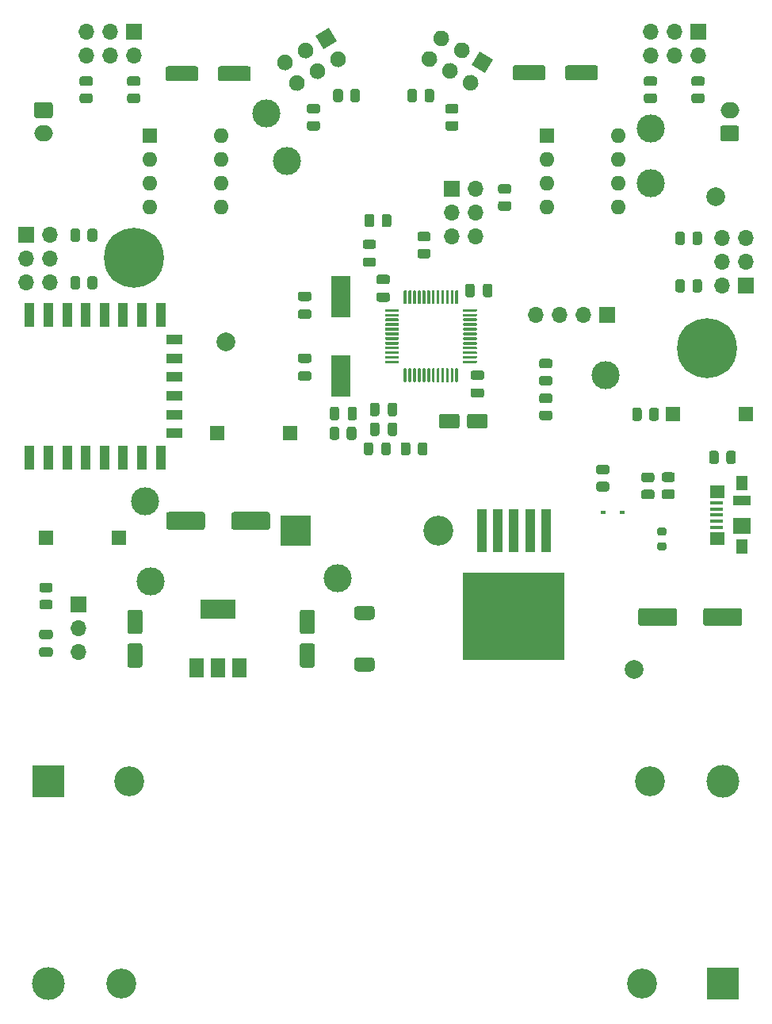
<source format=gbr>
%TF.GenerationSoftware,KiCad,Pcbnew,5.1.9*%
%TF.CreationDate,2021-04-09T15:13:00-03:00*%
%TF.ProjectId,Autito Microcontroladores,41757469-746f-4204-9d69-63726f636f6e,rev?*%
%TF.SameCoordinates,Original*%
%TF.FileFunction,Soldermask,Top*%
%TF.FilePolarity,Negative*%
%FSLAX46Y46*%
G04 Gerber Fmt 4.6, Leading zero omitted, Abs format (unit mm)*
G04 Created by KiCad (PCBNEW 5.1.9) date 2021-04-09 15:13:00*
%MOMM*%
%LPD*%
G01*
G04 APERTURE LIST*
%ADD10R,0.600000X0.450000*%
%ADD11R,3.200000X3.200000*%
%ADD12O,3.200000X3.200000*%
%ADD13O,2.000000X1.700000*%
%ADD14R,1.700000X1.700000*%
%ADD15O,1.700000X1.700000*%
%ADD16R,1.380000X0.450000*%
%ADD17R,1.550000X1.425000*%
%ADD18R,1.300000X1.650000*%
%ADD19R,1.900000X1.800000*%
%ADD20R,1.900000X1.000000*%
%ADD21C,3.500000*%
%ADD22R,3.500000X3.500000*%
%ADD23C,3.200000*%
%ADD24R,1.500000X1.500000*%
%ADD25R,1.600000X1.600000*%
%ADD26O,1.600000X1.600000*%
%ADD27R,1.000000X2.500000*%
%ADD28R,1.800000X1.000000*%
%ADD29R,1.100000X4.600000*%
%ADD30R,10.800000X9.400000*%
%ADD31R,1.500000X2.000000*%
%ADD32R,3.800000X2.000000*%
%ADD33R,2.000000X4.500000*%
%ADD34C,6.400000*%
%ADD35C,0.800000*%
%ADD36C,0.100000*%
%ADD37C,3.000000*%
%ADD38C,2.000000*%
G04 APERTURE END LIST*
%TO.C,C1*%
G36*
G01*
X127276000Y-46798320D02*
X127276000Y-45698320D01*
G75*
G02*
X127526000Y-45448320I250000J0D01*
G01*
X130526000Y-45448320D01*
G75*
G02*
X130776000Y-45698320I0J-250000D01*
G01*
X130776000Y-46798320D01*
G75*
G02*
X130526000Y-47048320I-250000J0D01*
G01*
X127526000Y-47048320D01*
G75*
G02*
X127276000Y-46798320I0J250000D01*
G01*
G37*
G36*
G01*
X132876000Y-46798320D02*
X132876000Y-45698320D01*
G75*
G02*
X133126000Y-45448320I250000J0D01*
G01*
X136126000Y-45448320D01*
G75*
G02*
X136376000Y-45698320I0J-250000D01*
G01*
X136376000Y-46798320D01*
G75*
G02*
X136126000Y-47048320I-250000J0D01*
G01*
X133126000Y-47048320D01*
G75*
G02*
X132876000Y-46798320I0J250000D01*
G01*
G37*
%TD*%
%TO.C,C2*%
G36*
G01*
X169960000Y-46701800D02*
X169960000Y-45601800D01*
G75*
G02*
X170210000Y-45351800I250000J0D01*
G01*
X173210000Y-45351800D01*
G75*
G02*
X173460000Y-45601800I0J-250000D01*
G01*
X173460000Y-46701800D01*
G75*
G02*
X173210000Y-46951800I-250000J0D01*
G01*
X170210000Y-46951800D01*
G75*
G02*
X169960000Y-46701800I0J250000D01*
G01*
G37*
G36*
G01*
X164360000Y-46701800D02*
X164360000Y-45601800D01*
G75*
G02*
X164610000Y-45351800I250000J0D01*
G01*
X167610000Y-45351800D01*
G75*
G02*
X167860000Y-45601800I0J-250000D01*
G01*
X167860000Y-46701800D01*
G75*
G02*
X167610000Y-46951800I-250000J0D01*
G01*
X164610000Y-46951800D01*
G75*
G02*
X164360000Y-46701800I0J250000D01*
G01*
G37*
%TD*%
%TO.C,C3*%
G36*
G01*
X114028200Y-105600800D02*
X114978200Y-105600800D01*
G75*
G02*
X115228200Y-105850800I0J-250000D01*
G01*
X115228200Y-106350800D01*
G75*
G02*
X114978200Y-106600800I-250000J0D01*
G01*
X114028200Y-106600800D01*
G75*
G02*
X113778200Y-106350800I0J250000D01*
G01*
X113778200Y-105850800D01*
G75*
G02*
X114028200Y-105600800I250000J0D01*
G01*
G37*
G36*
G01*
X114028200Y-107500800D02*
X114978200Y-107500800D01*
G75*
G02*
X115228200Y-107750800I0J-250000D01*
G01*
X115228200Y-108250800D01*
G75*
G02*
X114978200Y-108500800I-250000J0D01*
G01*
X114028200Y-108500800D01*
G75*
G02*
X113778200Y-108250800I0J250000D01*
G01*
X113778200Y-107750800D01*
G75*
G02*
X114028200Y-107500800I250000J0D01*
G01*
G37*
%TD*%
%TO.C,C4*%
G36*
G01*
X160103800Y-79832100D02*
X161053800Y-79832100D01*
G75*
G02*
X161303800Y-80082100I0J-250000D01*
G01*
X161303800Y-80582100D01*
G75*
G02*
X161053800Y-80832100I-250000J0D01*
G01*
X160103800Y-80832100D01*
G75*
G02*
X159853800Y-80582100I0J250000D01*
G01*
X159853800Y-80082100D01*
G75*
G02*
X160103800Y-79832100I250000J0D01*
G01*
G37*
G36*
G01*
X160103800Y-77932100D02*
X161053800Y-77932100D01*
G75*
G02*
X161303800Y-78182100I0J-250000D01*
G01*
X161303800Y-78682100D01*
G75*
G02*
X161053800Y-78932100I-250000J0D01*
G01*
X160103800Y-78932100D01*
G75*
G02*
X159853800Y-78682100I0J250000D01*
G01*
X159853800Y-78182100D01*
G75*
G02*
X160103800Y-77932100I250000J0D01*
G01*
G37*
%TD*%
%TO.C,C5*%
G36*
G01*
X152014100Y-81617800D02*
X152014100Y-82567800D01*
G75*
G02*
X151764100Y-82817800I-250000J0D01*
G01*
X151264100Y-82817800D01*
G75*
G02*
X151014100Y-82567800I0J250000D01*
G01*
X151014100Y-81617800D01*
G75*
G02*
X151264100Y-81367800I250000J0D01*
G01*
X151764100Y-81367800D01*
G75*
G02*
X152014100Y-81617800I0J-250000D01*
G01*
G37*
G36*
G01*
X150114100Y-81617800D02*
X150114100Y-82567800D01*
G75*
G02*
X149864100Y-82817800I-250000J0D01*
G01*
X149364100Y-82817800D01*
G75*
G02*
X149114100Y-82567800I0J250000D01*
G01*
X149114100Y-81617800D01*
G75*
G02*
X149364100Y-81367800I250000J0D01*
G01*
X149864100Y-81367800D01*
G75*
G02*
X150114100Y-81617800I0J-250000D01*
G01*
G37*
%TD*%
%TO.C,C6*%
G36*
G01*
X152014100Y-83726000D02*
X152014100Y-84676000D01*
G75*
G02*
X151764100Y-84926000I-250000J0D01*
G01*
X151264100Y-84926000D01*
G75*
G02*
X151014100Y-84676000I0J250000D01*
G01*
X151014100Y-83726000D01*
G75*
G02*
X151264100Y-83476000I250000J0D01*
G01*
X151764100Y-83476000D01*
G75*
G02*
X152014100Y-83726000I0J-250000D01*
G01*
G37*
G36*
G01*
X150114100Y-83726000D02*
X150114100Y-84676000D01*
G75*
G02*
X149864100Y-84926000I-250000J0D01*
G01*
X149364100Y-84926000D01*
G75*
G02*
X149114100Y-84676000I0J250000D01*
G01*
X149114100Y-83726000D01*
G75*
G02*
X149364100Y-83476000I250000J0D01*
G01*
X149864100Y-83476000D01*
G75*
G02*
X150114100Y-83726000I0J-250000D01*
G01*
G37*
%TD*%
%TO.C,C7*%
G36*
G01*
X159288300Y-69867800D02*
X159288300Y-68917800D01*
G75*
G02*
X159538300Y-68667800I250000J0D01*
G01*
X160038300Y-68667800D01*
G75*
G02*
X160288300Y-68917800I0J-250000D01*
G01*
X160288300Y-69867800D01*
G75*
G02*
X160038300Y-70117800I-250000J0D01*
G01*
X159538300Y-70117800D01*
G75*
G02*
X159288300Y-69867800I0J250000D01*
G01*
G37*
G36*
G01*
X161188300Y-69867800D02*
X161188300Y-68917800D01*
G75*
G02*
X161438300Y-68667800I250000J0D01*
G01*
X161938300Y-68667800D01*
G75*
G02*
X162188300Y-68917800I0J-250000D01*
G01*
X162188300Y-69867800D01*
G75*
G02*
X161938300Y-70117800I-250000J0D01*
G01*
X161438300Y-70117800D01*
G75*
G02*
X161188300Y-69867800I0J250000D01*
G01*
G37*
%TD*%
%TO.C,C8*%
G36*
G01*
X150995400Y-68707100D02*
X150045400Y-68707100D01*
G75*
G02*
X149795400Y-68457100I0J250000D01*
G01*
X149795400Y-67957100D01*
G75*
G02*
X150045400Y-67707100I250000J0D01*
G01*
X150995400Y-67707100D01*
G75*
G02*
X151245400Y-67957100I0J-250000D01*
G01*
X151245400Y-68457100D01*
G75*
G02*
X150995400Y-68707100I-250000J0D01*
G01*
G37*
G36*
G01*
X150995400Y-70607100D02*
X150045400Y-70607100D01*
G75*
G02*
X149795400Y-70357100I0J250000D01*
G01*
X149795400Y-69857100D01*
G75*
G02*
X150045400Y-69607100I250000J0D01*
G01*
X150995400Y-69607100D01*
G75*
G02*
X151245400Y-69857100I0J-250000D01*
G01*
X151245400Y-70357100D01*
G75*
G02*
X150995400Y-70607100I-250000J0D01*
G01*
G37*
%TD*%
%TO.C,C9*%
G36*
G01*
X161680200Y-82787400D02*
X161680200Y-83887400D01*
G75*
G02*
X161430200Y-84137400I-250000J0D01*
G01*
X159730200Y-84137400D01*
G75*
G02*
X159480200Y-83887400I0J250000D01*
G01*
X159480200Y-82787400D01*
G75*
G02*
X159730200Y-82537400I250000J0D01*
G01*
X161430200Y-82537400D01*
G75*
G02*
X161680200Y-82787400I0J-250000D01*
G01*
G37*
G36*
G01*
X158680200Y-82787400D02*
X158680200Y-83887400D01*
G75*
G02*
X158430200Y-84137400I-250000J0D01*
G01*
X156730200Y-84137400D01*
G75*
G02*
X156480200Y-83887400I0J250000D01*
G01*
X156480200Y-82787400D01*
G75*
G02*
X156730200Y-82537400I250000J0D01*
G01*
X158430200Y-82537400D01*
G75*
G02*
X158680200Y-82787400I0J-250000D01*
G01*
G37*
%TD*%
%TO.C,C10*%
G36*
G01*
X142613400Y-77119600D02*
X141663400Y-77119600D01*
G75*
G02*
X141413400Y-76869600I0J250000D01*
G01*
X141413400Y-76369600D01*
G75*
G02*
X141663400Y-76119600I250000J0D01*
G01*
X142613400Y-76119600D01*
G75*
G02*
X142863400Y-76369600I0J-250000D01*
G01*
X142863400Y-76869600D01*
G75*
G02*
X142613400Y-77119600I-250000J0D01*
G01*
G37*
G36*
G01*
X142613400Y-79019600D02*
X141663400Y-79019600D01*
G75*
G02*
X141413400Y-78769600I0J250000D01*
G01*
X141413400Y-78269600D01*
G75*
G02*
X141663400Y-78019600I250000J0D01*
G01*
X142613400Y-78019600D01*
G75*
G02*
X142863400Y-78269600I0J-250000D01*
G01*
X142863400Y-78769600D01*
G75*
G02*
X142613400Y-79019600I-250000J0D01*
G01*
G37*
%TD*%
%TO.C,C11*%
G36*
G01*
X141663400Y-69519600D02*
X142613400Y-69519600D01*
G75*
G02*
X142863400Y-69769600I0J-250000D01*
G01*
X142863400Y-70269600D01*
G75*
G02*
X142613400Y-70519600I-250000J0D01*
G01*
X141663400Y-70519600D01*
G75*
G02*
X141413400Y-70269600I0J250000D01*
G01*
X141413400Y-69769600D01*
G75*
G02*
X141663400Y-69519600I250000J0D01*
G01*
G37*
G36*
G01*
X141663400Y-71419600D02*
X142613400Y-71419600D01*
G75*
G02*
X142863400Y-71669600I0J-250000D01*
G01*
X142863400Y-72169600D01*
G75*
G02*
X142613400Y-72419600I-250000J0D01*
G01*
X141663400Y-72419600D01*
G75*
G02*
X141413400Y-72169600I0J250000D01*
G01*
X141413400Y-71669600D01*
G75*
G02*
X141663400Y-71419600I250000J0D01*
G01*
G37*
%TD*%
%TO.C,C12*%
G36*
G01*
X146718400Y-82999600D02*
X146718400Y-82049600D01*
G75*
G02*
X146968400Y-81799600I250000J0D01*
G01*
X147468400Y-81799600D01*
G75*
G02*
X147718400Y-82049600I0J-250000D01*
G01*
X147718400Y-82999600D01*
G75*
G02*
X147468400Y-83249600I-250000J0D01*
G01*
X146968400Y-83249600D01*
G75*
G02*
X146718400Y-82999600I0J250000D01*
G01*
G37*
G36*
G01*
X144818400Y-82999600D02*
X144818400Y-82049600D01*
G75*
G02*
X145068400Y-81799600I250000J0D01*
G01*
X145568400Y-81799600D01*
G75*
G02*
X145818400Y-82049600I0J-250000D01*
G01*
X145818400Y-82999600D01*
G75*
G02*
X145568400Y-83249600I-250000J0D01*
G01*
X145068400Y-83249600D01*
G75*
G02*
X144818400Y-82999600I0J250000D01*
G01*
G37*
%TD*%
%TO.C,C13*%
G36*
G01*
X177757600Y-104941600D02*
X177757600Y-103541600D01*
G75*
G02*
X178007600Y-103291600I250000J0D01*
G01*
X181657600Y-103291600D01*
G75*
G02*
X181907600Y-103541600I0J-250000D01*
G01*
X181907600Y-104941600D01*
G75*
G02*
X181657600Y-105191600I-250000J0D01*
G01*
X178007600Y-105191600D01*
G75*
G02*
X177757600Y-104941600I0J250000D01*
G01*
G37*
G36*
G01*
X184707600Y-104941600D02*
X184707600Y-103541600D01*
G75*
G02*
X184957600Y-103291600I250000J0D01*
G01*
X188607600Y-103291600D01*
G75*
G02*
X188857600Y-103541600I0J-250000D01*
G01*
X188857600Y-104941600D01*
G75*
G02*
X188607600Y-105191600I-250000J0D01*
G01*
X184957600Y-105191600D01*
G75*
G02*
X184707600Y-104941600I0J250000D01*
G01*
G37*
%TD*%
%TO.C,C14*%
G36*
G01*
X131492800Y-93280000D02*
X131492800Y-94680000D01*
G75*
G02*
X131242800Y-94930000I-250000J0D01*
G01*
X127592800Y-94930000D01*
G75*
G02*
X127342800Y-94680000I0J250000D01*
G01*
X127342800Y-93280000D01*
G75*
G02*
X127592800Y-93030000I250000J0D01*
G01*
X131242800Y-93030000D01*
G75*
G02*
X131492800Y-93280000I0J-250000D01*
G01*
G37*
G36*
G01*
X138442800Y-93280000D02*
X138442800Y-94680000D01*
G75*
G02*
X138192800Y-94930000I-250000J0D01*
G01*
X134542800Y-94930000D01*
G75*
G02*
X134292800Y-94680000I0J250000D01*
G01*
X134292800Y-93280000D01*
G75*
G02*
X134542800Y-93030000I250000J0D01*
G01*
X138192800Y-93030000D01*
G75*
G02*
X138442800Y-93280000I0J-250000D01*
G01*
G37*
%TD*%
%TO.C,C15*%
G36*
G01*
X141867800Y-103453000D02*
X142967800Y-103453000D01*
G75*
G02*
X143217800Y-103703000I0J-250000D01*
G01*
X143217800Y-105803000D01*
G75*
G02*
X142967800Y-106053000I-250000J0D01*
G01*
X141867800Y-106053000D01*
G75*
G02*
X141617800Y-105803000I0J250000D01*
G01*
X141617800Y-103703000D01*
G75*
G02*
X141867800Y-103453000I250000J0D01*
G01*
G37*
G36*
G01*
X141867800Y-107053000D02*
X142967800Y-107053000D01*
G75*
G02*
X143217800Y-107303000I0J-250000D01*
G01*
X143217800Y-109403000D01*
G75*
G02*
X142967800Y-109653000I-250000J0D01*
G01*
X141867800Y-109653000D01*
G75*
G02*
X141617800Y-109403000I0J250000D01*
G01*
X141617800Y-107303000D01*
G75*
G02*
X141867800Y-107053000I250000J0D01*
G01*
G37*
%TD*%
%TO.C,C16*%
G36*
G01*
X123452800Y-107053000D02*
X124552800Y-107053000D01*
G75*
G02*
X124802800Y-107303000I0J-250000D01*
G01*
X124802800Y-109403000D01*
G75*
G02*
X124552800Y-109653000I-250000J0D01*
G01*
X123452800Y-109653000D01*
G75*
G02*
X123202800Y-109403000I0J250000D01*
G01*
X123202800Y-107303000D01*
G75*
G02*
X123452800Y-107053000I250000J0D01*
G01*
G37*
G36*
G01*
X123452800Y-103453000D02*
X124552800Y-103453000D01*
G75*
G02*
X124802800Y-103703000I0J-250000D01*
G01*
X124802800Y-105803000D01*
G75*
G02*
X124552800Y-106053000I-250000J0D01*
G01*
X123452800Y-106053000D01*
G75*
G02*
X123202800Y-105803000I0J250000D01*
G01*
X123202800Y-103703000D01*
G75*
G02*
X123452800Y-103453000I250000J0D01*
G01*
G37*
%TD*%
D10*
%TO.C,D1*%
X173981400Y-93040200D03*
X176081400Y-93040200D03*
%TD*%
%TO.C,D2*%
G36*
G01*
X149433100Y-85827550D02*
X149433100Y-86740050D01*
G75*
G02*
X149189350Y-86983800I-243750J0D01*
G01*
X148701850Y-86983800D01*
G75*
G02*
X148458100Y-86740050I0J243750D01*
G01*
X148458100Y-85827550D01*
G75*
G02*
X148701850Y-85583800I243750J0D01*
G01*
X149189350Y-85583800D01*
G75*
G02*
X149433100Y-85827550I0J-243750D01*
G01*
G37*
G36*
G01*
X151308100Y-85827550D02*
X151308100Y-86740050D01*
G75*
G02*
X151064350Y-86983800I-243750J0D01*
G01*
X150576850Y-86983800D01*
G75*
G02*
X150333100Y-86740050I0J243750D01*
G01*
X150333100Y-85827550D01*
G75*
G02*
X150576850Y-85583800I243750J0D01*
G01*
X151064350Y-85583800D01*
G75*
G02*
X151308100Y-85827550I0J-243750D01*
G01*
G37*
%TD*%
%TO.C,D3*%
G36*
G01*
X148590950Y-63982300D02*
X149503450Y-63982300D01*
G75*
G02*
X149747200Y-64226050I0J-243750D01*
G01*
X149747200Y-64713550D01*
G75*
G02*
X149503450Y-64957300I-243750J0D01*
G01*
X148590950Y-64957300D01*
G75*
G02*
X148347200Y-64713550I0J243750D01*
G01*
X148347200Y-64226050D01*
G75*
G02*
X148590950Y-63982300I243750J0D01*
G01*
G37*
G36*
G01*
X148590950Y-65857300D02*
X149503450Y-65857300D01*
G75*
G02*
X149747200Y-66101050I0J-243750D01*
G01*
X149747200Y-66588550D01*
G75*
G02*
X149503450Y-66832300I-243750J0D01*
G01*
X148590950Y-66832300D01*
G75*
G02*
X148347200Y-66588550I0J243750D01*
G01*
X148347200Y-66101050D01*
G75*
G02*
X148590950Y-65857300I243750J0D01*
G01*
G37*
%TD*%
D11*
%TO.C,D4*%
X141147800Y-94990000D03*
D12*
X156387800Y-94990000D03*
%TD*%
%TO.C,F1*%
G36*
G01*
X180032950Y-94685400D02*
X180545450Y-94685400D01*
G75*
G02*
X180764200Y-94904150I0J-218750D01*
G01*
X180764200Y-95341650D01*
G75*
G02*
X180545450Y-95560400I-218750J0D01*
G01*
X180032950Y-95560400D01*
G75*
G02*
X179814200Y-95341650I0J218750D01*
G01*
X179814200Y-94904150D01*
G75*
G02*
X180032950Y-94685400I218750J0D01*
G01*
G37*
G36*
G01*
X180032950Y-96260400D02*
X180545450Y-96260400D01*
G75*
G02*
X180764200Y-96479150I0J-218750D01*
G01*
X180764200Y-96916650D01*
G75*
G02*
X180545450Y-97135400I-218750J0D01*
G01*
X180032950Y-97135400D01*
G75*
G02*
X179814200Y-96916650I0J218750D01*
G01*
X179814200Y-96479150D01*
G75*
G02*
X180032950Y-96260400I218750J0D01*
G01*
G37*
%TD*%
%TO.C,J7*%
G36*
G01*
X113473800Y-49289600D02*
X114973800Y-49289600D01*
G75*
G02*
X115223800Y-49539600I0J-250000D01*
G01*
X115223800Y-50739600D01*
G75*
G02*
X114973800Y-50989600I-250000J0D01*
G01*
X113473800Y-50989600D01*
G75*
G02*
X113223800Y-50739600I0J250000D01*
G01*
X113223800Y-49539600D01*
G75*
G02*
X113473800Y-49289600I250000J0D01*
G01*
G37*
D13*
X114223800Y-52639600D03*
%TD*%
%TO.C,J8*%
X187528200Y-50139600D03*
G36*
G01*
X188278200Y-53489600D02*
X186778200Y-53489600D01*
G75*
G02*
X186528200Y-53239600I0J250000D01*
G01*
X186528200Y-52039600D01*
G75*
G02*
X186778200Y-51789600I250000J0D01*
G01*
X188278200Y-51789600D01*
G75*
G02*
X188528200Y-52039600I0J-250000D01*
G01*
X188528200Y-53239600D01*
G75*
G02*
X188278200Y-53489600I-250000J0D01*
G01*
G37*
%TD*%
D14*
%TO.C,J9*%
X117957600Y-102920800D03*
D15*
X117957600Y-105460800D03*
X117957600Y-108000800D03*
%TD*%
D16*
%TO.C,J10*%
X186159640Y-94660240D03*
X186159640Y-94010240D03*
X186159640Y-93360240D03*
X186159640Y-92710240D03*
X186159640Y-92060240D03*
D17*
X186244640Y-95847740D03*
X186244640Y-90872740D03*
D18*
X188819640Y-96735240D03*
X188819640Y-89985240D03*
D19*
X188819640Y-94510240D03*
D20*
X188819640Y-91810240D03*
%TD*%
D14*
%TO.C,J11*%
X174447200Y-72019600D03*
D15*
X171907200Y-72019600D03*
X169367200Y-72019600D03*
X166827200Y-72019600D03*
%TD*%
D14*
%TO.C,J12*%
X157886400Y-58547000D03*
D15*
X160426400Y-58547000D03*
X157886400Y-61087000D03*
X160426400Y-61087000D03*
X157886400Y-63627000D03*
X160426400Y-63627000D03*
%TD*%
D21*
%TO.C,J13*%
X186782600Y-121818400D03*
D22*
X114782600Y-121818400D03*
D23*
X123427600Y-121818400D03*
X179037600Y-121818400D03*
%TD*%
%TO.C,J14*%
X122527600Y-143332200D03*
X178137600Y-143332200D03*
D22*
X186782600Y-143332200D03*
D21*
X114782600Y-143332200D03*
%TD*%
%TO.C,L1*%
G36*
G01*
X147788800Y-108553000D02*
X149238800Y-108553000D01*
G75*
G02*
X149613800Y-108928000I0J-375000D01*
G01*
X149613800Y-109678000D01*
G75*
G02*
X149238800Y-110053000I-375000J0D01*
G01*
X147788800Y-110053000D01*
G75*
G02*
X147413800Y-109678000I0J375000D01*
G01*
X147413800Y-108928000D01*
G75*
G02*
X147788800Y-108553000I375000J0D01*
G01*
G37*
G36*
G01*
X147788800Y-103053000D02*
X149238800Y-103053000D01*
G75*
G02*
X149613800Y-103428000I0J-375000D01*
G01*
X149613800Y-104178000D01*
G75*
G02*
X149238800Y-104553000I-375000J0D01*
G01*
X147788800Y-104553000D01*
G75*
G02*
X147413800Y-104178000I0J375000D01*
G01*
X147413800Y-103428000D01*
G75*
G02*
X147788800Y-103053000I375000J0D01*
G01*
G37*
%TD*%
%TO.C,R13*%
G36*
G01*
X114953201Y-103433300D02*
X114053199Y-103433300D01*
G75*
G02*
X113803200Y-103183301I0J249999D01*
G01*
X113803200Y-102658299D01*
G75*
G02*
X114053199Y-102408300I249999J0D01*
G01*
X114953201Y-102408300D01*
G75*
G02*
X115203200Y-102658299I0J-249999D01*
G01*
X115203200Y-103183301D01*
G75*
G02*
X114953201Y-103433300I-249999J0D01*
G01*
G37*
G36*
G01*
X114953201Y-101608300D02*
X114053199Y-101608300D01*
G75*
G02*
X113803200Y-101358301I0J249999D01*
G01*
X113803200Y-100833299D01*
G75*
G02*
X114053199Y-100583300I249999J0D01*
G01*
X114953201Y-100583300D01*
G75*
G02*
X115203200Y-100833299I0J-249999D01*
G01*
X115203200Y-101358301D01*
G75*
G02*
X114953201Y-101608300I-249999J0D01*
G01*
G37*
%TD*%
%TO.C,R14*%
G36*
G01*
X187168100Y-87648201D02*
X187168100Y-86748199D01*
G75*
G02*
X187418099Y-86498200I249999J0D01*
G01*
X187943101Y-86498200D01*
G75*
G02*
X188193100Y-86748199I0J-249999D01*
G01*
X188193100Y-87648201D01*
G75*
G02*
X187943101Y-87898200I-249999J0D01*
G01*
X187418099Y-87898200D01*
G75*
G02*
X187168100Y-87648201I0J249999D01*
G01*
G37*
G36*
G01*
X185343100Y-87648201D02*
X185343100Y-86748199D01*
G75*
G02*
X185593099Y-86498200I249999J0D01*
G01*
X186118101Y-86498200D01*
G75*
G02*
X186368100Y-86748199I0J-249999D01*
G01*
X186368100Y-87648201D01*
G75*
G02*
X186118101Y-87898200I-249999J0D01*
G01*
X185593099Y-87898200D01*
G75*
G02*
X185343100Y-87648201I0J249999D01*
G01*
G37*
%TD*%
%TO.C,R15*%
G36*
G01*
X180521199Y-88797700D02*
X181421201Y-88797700D01*
G75*
G02*
X181671200Y-89047699I0J-249999D01*
G01*
X181671200Y-89572701D01*
G75*
G02*
X181421201Y-89822700I-249999J0D01*
G01*
X180521199Y-89822700D01*
G75*
G02*
X180271200Y-89572701I0J249999D01*
G01*
X180271200Y-89047699D01*
G75*
G02*
X180521199Y-88797700I249999J0D01*
G01*
G37*
G36*
G01*
X180521199Y-90622700D02*
X181421201Y-90622700D01*
G75*
G02*
X181671200Y-90872699I0J-249999D01*
G01*
X181671200Y-91397701D01*
G75*
G02*
X181421201Y-91647700I-249999J0D01*
G01*
X180521199Y-91647700D01*
G75*
G02*
X180271200Y-91397701I0J249999D01*
G01*
X180271200Y-90872699D01*
G75*
G02*
X180521199Y-90622700I249999J0D01*
G01*
G37*
%TD*%
%TO.C,R16*%
G36*
G01*
X178340599Y-88823100D02*
X179240601Y-88823100D01*
G75*
G02*
X179490600Y-89073099I0J-249999D01*
G01*
X179490600Y-89598101D01*
G75*
G02*
X179240601Y-89848100I-249999J0D01*
G01*
X178340599Y-89848100D01*
G75*
G02*
X178090600Y-89598101I0J249999D01*
G01*
X178090600Y-89073099D01*
G75*
G02*
X178340599Y-88823100I249999J0D01*
G01*
G37*
G36*
G01*
X178340599Y-90648100D02*
X179240601Y-90648100D01*
G75*
G02*
X179490600Y-90898099I0J-249999D01*
G01*
X179490600Y-91423101D01*
G75*
G02*
X179240601Y-91673100I-249999J0D01*
G01*
X178340599Y-91673100D01*
G75*
G02*
X178090600Y-91423101I0J249999D01*
G01*
X178090600Y-90898099D01*
G75*
G02*
X178340599Y-90648100I249999J0D01*
G01*
G37*
%TD*%
%TO.C,R17*%
G36*
G01*
X173531399Y-89809900D02*
X174431401Y-89809900D01*
G75*
G02*
X174681400Y-90059899I0J-249999D01*
G01*
X174681400Y-90584901D01*
G75*
G02*
X174431401Y-90834900I-249999J0D01*
G01*
X173531399Y-90834900D01*
G75*
G02*
X173281400Y-90584901I0J249999D01*
G01*
X173281400Y-90059899D01*
G75*
G02*
X173531399Y-89809900I249999J0D01*
G01*
G37*
G36*
G01*
X173531399Y-87984900D02*
X174431401Y-87984900D01*
G75*
G02*
X174681400Y-88234899I0J-249999D01*
G01*
X174681400Y-88759901D01*
G75*
G02*
X174431401Y-89009900I-249999J0D01*
G01*
X173531399Y-89009900D01*
G75*
G02*
X173281400Y-88759901I0J249999D01*
G01*
X173281400Y-88234899D01*
G75*
G02*
X173531399Y-87984900I249999J0D01*
G01*
G37*
%TD*%
%TO.C,R18*%
G36*
G01*
X168340401Y-83236500D02*
X167440399Y-83236500D01*
G75*
G02*
X167190400Y-82986501I0J249999D01*
G01*
X167190400Y-82461499D01*
G75*
G02*
X167440399Y-82211500I249999J0D01*
G01*
X168340401Y-82211500D01*
G75*
G02*
X168590400Y-82461499I0J-249999D01*
G01*
X168590400Y-82986501D01*
G75*
G02*
X168340401Y-83236500I-249999J0D01*
G01*
G37*
G36*
G01*
X168340401Y-81411500D02*
X167440399Y-81411500D01*
G75*
G02*
X167190400Y-81161501I0J249999D01*
G01*
X167190400Y-80636499D01*
G75*
G02*
X167440399Y-80386500I249999J0D01*
G01*
X168340401Y-80386500D01*
G75*
G02*
X168590400Y-80636499I0J-249999D01*
G01*
X168590400Y-81161501D01*
G75*
G02*
X168340401Y-81411500I-249999J0D01*
G01*
G37*
%TD*%
%TO.C,R19*%
G36*
G01*
X168340401Y-77706900D02*
X167440399Y-77706900D01*
G75*
G02*
X167190400Y-77456901I0J249999D01*
G01*
X167190400Y-76931899D01*
G75*
G02*
X167440399Y-76681900I249999J0D01*
G01*
X168340401Y-76681900D01*
G75*
G02*
X168590400Y-76931899I0J-249999D01*
G01*
X168590400Y-77456901D01*
G75*
G02*
X168340401Y-77706900I-249999J0D01*
G01*
G37*
G36*
G01*
X168340401Y-79531900D02*
X167440399Y-79531900D01*
G75*
G02*
X167190400Y-79281901I0J249999D01*
G01*
X167190400Y-78756899D01*
G75*
G02*
X167440399Y-78506900I249999J0D01*
G01*
X168340401Y-78506900D01*
G75*
G02*
X168590400Y-78756899I0J-249999D01*
G01*
X168590400Y-79281901D01*
G75*
G02*
X168340401Y-79531900I-249999J0D01*
G01*
G37*
%TD*%
%TO.C,R20*%
G36*
G01*
X177113500Y-83050801D02*
X177113500Y-82150799D01*
G75*
G02*
X177363499Y-81900800I249999J0D01*
G01*
X177888501Y-81900800D01*
G75*
G02*
X178138500Y-82150799I0J-249999D01*
G01*
X178138500Y-83050801D01*
G75*
G02*
X177888501Y-83300800I-249999J0D01*
G01*
X177363499Y-83300800D01*
G75*
G02*
X177113500Y-83050801I0J249999D01*
G01*
G37*
G36*
G01*
X178938500Y-83050801D02*
X178938500Y-82150799D01*
G75*
G02*
X179188499Y-81900800I249999J0D01*
G01*
X179713501Y-81900800D01*
G75*
G02*
X179963500Y-82150799I0J-249999D01*
G01*
X179963500Y-83050801D01*
G75*
G02*
X179713501Y-83300800I-249999J0D01*
G01*
X179188499Y-83300800D01*
G75*
G02*
X178938500Y-83050801I0J249999D01*
G01*
G37*
%TD*%
%TO.C,R21*%
G36*
G01*
X163049799Y-59859500D02*
X163949801Y-59859500D01*
G75*
G02*
X164199800Y-60109499I0J-249999D01*
G01*
X164199800Y-60634501D01*
G75*
G02*
X163949801Y-60884500I-249999J0D01*
G01*
X163049799Y-60884500D01*
G75*
G02*
X162799800Y-60634501I0J249999D01*
G01*
X162799800Y-60109499D01*
G75*
G02*
X163049799Y-59859500I249999J0D01*
G01*
G37*
G36*
G01*
X163049799Y-58034500D02*
X163949801Y-58034500D01*
G75*
G02*
X164199800Y-58284499I0J-249999D01*
G01*
X164199800Y-58809501D01*
G75*
G02*
X163949801Y-59059500I-249999J0D01*
G01*
X163049799Y-59059500D01*
G75*
G02*
X162799800Y-58809501I0J249999D01*
G01*
X162799800Y-58284499D01*
G75*
G02*
X163049799Y-58034500I249999J0D01*
G01*
G37*
%TD*%
%TO.C,R22*%
G36*
G01*
X145830900Y-84182799D02*
X145830900Y-85082801D01*
G75*
G02*
X145580901Y-85332800I-249999J0D01*
G01*
X145055899Y-85332800D01*
G75*
G02*
X144805900Y-85082801I0J249999D01*
G01*
X144805900Y-84182799D01*
G75*
G02*
X145055899Y-83932800I249999J0D01*
G01*
X145580901Y-83932800D01*
G75*
G02*
X145830900Y-84182799I0J-249999D01*
G01*
G37*
G36*
G01*
X147655900Y-84182799D02*
X147655900Y-85082801D01*
G75*
G02*
X147405901Y-85332800I-249999J0D01*
G01*
X146880899Y-85332800D01*
G75*
G02*
X146630900Y-85082801I0J249999D01*
G01*
X146630900Y-84182799D01*
G75*
G02*
X146880899Y-83932800I249999J0D01*
G01*
X147405901Y-83932800D01*
G75*
G02*
X147655900Y-84182799I0J-249999D01*
G01*
G37*
%TD*%
%TO.C,R23*%
G36*
G01*
X154224300Y-86733801D02*
X154224300Y-85833799D01*
G75*
G02*
X154474299Y-85583800I249999J0D01*
G01*
X154999301Y-85583800D01*
G75*
G02*
X155249300Y-85833799I0J-249999D01*
G01*
X155249300Y-86733801D01*
G75*
G02*
X154999301Y-86983800I-249999J0D01*
G01*
X154474299Y-86983800D01*
G75*
G02*
X154224300Y-86733801I0J249999D01*
G01*
G37*
G36*
G01*
X152399300Y-86733801D02*
X152399300Y-85833799D01*
G75*
G02*
X152649299Y-85583800I249999J0D01*
G01*
X153174301Y-85583800D01*
G75*
G02*
X153424300Y-85833799I0J-249999D01*
G01*
X153424300Y-86733801D01*
G75*
G02*
X153174301Y-86983800I-249999J0D01*
G01*
X152649299Y-86983800D01*
G75*
G02*
X152399300Y-86733801I0J249999D01*
G01*
G37*
%TD*%
%TO.C,R24*%
G36*
G01*
X155325801Y-65964500D02*
X154425799Y-65964500D01*
G75*
G02*
X154175800Y-65714501I0J249999D01*
G01*
X154175800Y-65189499D01*
G75*
G02*
X154425799Y-64939500I249999J0D01*
G01*
X155325801Y-64939500D01*
G75*
G02*
X155575800Y-65189499I0J-249999D01*
G01*
X155575800Y-65714501D01*
G75*
G02*
X155325801Y-65964500I-249999J0D01*
G01*
G37*
G36*
G01*
X155325801Y-64139500D02*
X154425799Y-64139500D01*
G75*
G02*
X154175800Y-63889501I0J249999D01*
G01*
X154175800Y-63364499D01*
G75*
G02*
X154425799Y-63114500I249999J0D01*
G01*
X155325801Y-63114500D01*
G75*
G02*
X155575800Y-63364499I0J-249999D01*
G01*
X155575800Y-63889501D01*
G75*
G02*
X155325801Y-64139500I-249999J0D01*
G01*
G37*
%TD*%
%TO.C,R25*%
G36*
G01*
X148534700Y-62375201D02*
X148534700Y-61475199D01*
G75*
G02*
X148784699Y-61225200I249999J0D01*
G01*
X149309701Y-61225200D01*
G75*
G02*
X149559700Y-61475199I0J-249999D01*
G01*
X149559700Y-62375201D01*
G75*
G02*
X149309701Y-62625200I-249999J0D01*
G01*
X148784699Y-62625200D01*
G75*
G02*
X148534700Y-62375201I0J249999D01*
G01*
G37*
G36*
G01*
X150359700Y-62375201D02*
X150359700Y-61475199D01*
G75*
G02*
X150609699Y-61225200I249999J0D01*
G01*
X151134701Y-61225200D01*
G75*
G02*
X151384700Y-61475199I0J-249999D01*
G01*
X151384700Y-62375201D01*
G75*
G02*
X151134701Y-62625200I-249999J0D01*
G01*
X150609699Y-62625200D01*
G75*
G02*
X150359700Y-62375201I0J249999D01*
G01*
G37*
%TD*%
D24*
%TO.C,SW1*%
X114503200Y-95758000D03*
X122303200Y-95758000D03*
%TD*%
%TO.C,SW2*%
X189269200Y-82600800D03*
X181469200Y-82600800D03*
%TD*%
%TO.C,SW3*%
X132777400Y-84632800D03*
X140577400Y-84632800D03*
%TD*%
D25*
%TO.C,U1*%
X125628400Y-52882800D03*
D26*
X133248400Y-60502800D03*
X125628400Y-55422800D03*
X133248400Y-57962800D03*
X125628400Y-57962800D03*
X133248400Y-55422800D03*
X125628400Y-60502800D03*
X133248400Y-52882800D03*
%TD*%
%TO.C,U2*%
X175641000Y-52882800D03*
X168021000Y-60502800D03*
X175641000Y-55422800D03*
X168021000Y-57962800D03*
X175641000Y-57962800D03*
X168021000Y-55422800D03*
X175641000Y-60502800D03*
D25*
X168021000Y-52882800D03*
%TD*%
D27*
%TO.C,U3*%
X112755800Y-87229000D03*
X114755800Y-87229000D03*
X116755800Y-87229000D03*
X118755800Y-87229000D03*
X120755800Y-87229000D03*
X122755800Y-87229000D03*
X124755800Y-87229000D03*
X126755800Y-87229000D03*
D28*
X128255800Y-84629000D03*
X128255800Y-82629000D03*
X128255800Y-80629000D03*
X128255800Y-78629000D03*
X128255800Y-76629000D03*
X128255800Y-74629000D03*
D27*
X126755800Y-72029000D03*
X124755800Y-72029000D03*
X122755800Y-72029000D03*
X120755800Y-72029000D03*
X118755800Y-72029000D03*
X116755800Y-72029000D03*
X114755800Y-72029000D03*
X112755800Y-72029000D03*
%TD*%
%TO.C,U4*%
G36*
G01*
X150725800Y-71594600D02*
X150725800Y-71444600D01*
G75*
G02*
X150800800Y-71369600I75000J0D01*
G01*
X152125800Y-71369600D01*
G75*
G02*
X152200800Y-71444600I0J-75000D01*
G01*
X152200800Y-71594600D01*
G75*
G02*
X152125800Y-71669600I-75000J0D01*
G01*
X150800800Y-71669600D01*
G75*
G02*
X150725800Y-71594600I0J75000D01*
G01*
G37*
G36*
G01*
X150725800Y-72094600D02*
X150725800Y-71944600D01*
G75*
G02*
X150800800Y-71869600I75000J0D01*
G01*
X152125800Y-71869600D01*
G75*
G02*
X152200800Y-71944600I0J-75000D01*
G01*
X152200800Y-72094600D01*
G75*
G02*
X152125800Y-72169600I-75000J0D01*
G01*
X150800800Y-72169600D01*
G75*
G02*
X150725800Y-72094600I0J75000D01*
G01*
G37*
G36*
G01*
X150725800Y-72594600D02*
X150725800Y-72444600D01*
G75*
G02*
X150800800Y-72369600I75000J0D01*
G01*
X152125800Y-72369600D01*
G75*
G02*
X152200800Y-72444600I0J-75000D01*
G01*
X152200800Y-72594600D01*
G75*
G02*
X152125800Y-72669600I-75000J0D01*
G01*
X150800800Y-72669600D01*
G75*
G02*
X150725800Y-72594600I0J75000D01*
G01*
G37*
G36*
G01*
X150725800Y-73094600D02*
X150725800Y-72944600D01*
G75*
G02*
X150800800Y-72869600I75000J0D01*
G01*
X152125800Y-72869600D01*
G75*
G02*
X152200800Y-72944600I0J-75000D01*
G01*
X152200800Y-73094600D01*
G75*
G02*
X152125800Y-73169600I-75000J0D01*
G01*
X150800800Y-73169600D01*
G75*
G02*
X150725800Y-73094600I0J75000D01*
G01*
G37*
G36*
G01*
X150725800Y-73594600D02*
X150725800Y-73444600D01*
G75*
G02*
X150800800Y-73369600I75000J0D01*
G01*
X152125800Y-73369600D01*
G75*
G02*
X152200800Y-73444600I0J-75000D01*
G01*
X152200800Y-73594600D01*
G75*
G02*
X152125800Y-73669600I-75000J0D01*
G01*
X150800800Y-73669600D01*
G75*
G02*
X150725800Y-73594600I0J75000D01*
G01*
G37*
G36*
G01*
X150725800Y-74094600D02*
X150725800Y-73944600D01*
G75*
G02*
X150800800Y-73869600I75000J0D01*
G01*
X152125800Y-73869600D01*
G75*
G02*
X152200800Y-73944600I0J-75000D01*
G01*
X152200800Y-74094600D01*
G75*
G02*
X152125800Y-74169600I-75000J0D01*
G01*
X150800800Y-74169600D01*
G75*
G02*
X150725800Y-74094600I0J75000D01*
G01*
G37*
G36*
G01*
X150725800Y-74594600D02*
X150725800Y-74444600D01*
G75*
G02*
X150800800Y-74369600I75000J0D01*
G01*
X152125800Y-74369600D01*
G75*
G02*
X152200800Y-74444600I0J-75000D01*
G01*
X152200800Y-74594600D01*
G75*
G02*
X152125800Y-74669600I-75000J0D01*
G01*
X150800800Y-74669600D01*
G75*
G02*
X150725800Y-74594600I0J75000D01*
G01*
G37*
G36*
G01*
X150725800Y-75094600D02*
X150725800Y-74944600D01*
G75*
G02*
X150800800Y-74869600I75000J0D01*
G01*
X152125800Y-74869600D01*
G75*
G02*
X152200800Y-74944600I0J-75000D01*
G01*
X152200800Y-75094600D01*
G75*
G02*
X152125800Y-75169600I-75000J0D01*
G01*
X150800800Y-75169600D01*
G75*
G02*
X150725800Y-75094600I0J75000D01*
G01*
G37*
G36*
G01*
X150725800Y-75594600D02*
X150725800Y-75444600D01*
G75*
G02*
X150800800Y-75369600I75000J0D01*
G01*
X152125800Y-75369600D01*
G75*
G02*
X152200800Y-75444600I0J-75000D01*
G01*
X152200800Y-75594600D01*
G75*
G02*
X152125800Y-75669600I-75000J0D01*
G01*
X150800800Y-75669600D01*
G75*
G02*
X150725800Y-75594600I0J75000D01*
G01*
G37*
G36*
G01*
X150725800Y-76094600D02*
X150725800Y-75944600D01*
G75*
G02*
X150800800Y-75869600I75000J0D01*
G01*
X152125800Y-75869600D01*
G75*
G02*
X152200800Y-75944600I0J-75000D01*
G01*
X152200800Y-76094600D01*
G75*
G02*
X152125800Y-76169600I-75000J0D01*
G01*
X150800800Y-76169600D01*
G75*
G02*
X150725800Y-76094600I0J75000D01*
G01*
G37*
G36*
G01*
X150725800Y-76594600D02*
X150725800Y-76444600D01*
G75*
G02*
X150800800Y-76369600I75000J0D01*
G01*
X152125800Y-76369600D01*
G75*
G02*
X152200800Y-76444600I0J-75000D01*
G01*
X152200800Y-76594600D01*
G75*
G02*
X152125800Y-76669600I-75000J0D01*
G01*
X150800800Y-76669600D01*
G75*
G02*
X150725800Y-76594600I0J75000D01*
G01*
G37*
G36*
G01*
X150725800Y-77094600D02*
X150725800Y-76944600D01*
G75*
G02*
X150800800Y-76869600I75000J0D01*
G01*
X152125800Y-76869600D01*
G75*
G02*
X152200800Y-76944600I0J-75000D01*
G01*
X152200800Y-77094600D01*
G75*
G02*
X152125800Y-77169600I-75000J0D01*
G01*
X150800800Y-77169600D01*
G75*
G02*
X150725800Y-77094600I0J75000D01*
G01*
G37*
G36*
G01*
X152725800Y-79094600D02*
X152725800Y-77769600D01*
G75*
G02*
X152800800Y-77694600I75000J0D01*
G01*
X152950800Y-77694600D01*
G75*
G02*
X153025800Y-77769600I0J-75000D01*
G01*
X153025800Y-79094600D01*
G75*
G02*
X152950800Y-79169600I-75000J0D01*
G01*
X152800800Y-79169600D01*
G75*
G02*
X152725800Y-79094600I0J75000D01*
G01*
G37*
G36*
G01*
X153225800Y-79094600D02*
X153225800Y-77769600D01*
G75*
G02*
X153300800Y-77694600I75000J0D01*
G01*
X153450800Y-77694600D01*
G75*
G02*
X153525800Y-77769600I0J-75000D01*
G01*
X153525800Y-79094600D01*
G75*
G02*
X153450800Y-79169600I-75000J0D01*
G01*
X153300800Y-79169600D01*
G75*
G02*
X153225800Y-79094600I0J75000D01*
G01*
G37*
G36*
G01*
X153725800Y-79094600D02*
X153725800Y-77769600D01*
G75*
G02*
X153800800Y-77694600I75000J0D01*
G01*
X153950800Y-77694600D01*
G75*
G02*
X154025800Y-77769600I0J-75000D01*
G01*
X154025800Y-79094600D01*
G75*
G02*
X153950800Y-79169600I-75000J0D01*
G01*
X153800800Y-79169600D01*
G75*
G02*
X153725800Y-79094600I0J75000D01*
G01*
G37*
G36*
G01*
X154225800Y-79094600D02*
X154225800Y-77769600D01*
G75*
G02*
X154300800Y-77694600I75000J0D01*
G01*
X154450800Y-77694600D01*
G75*
G02*
X154525800Y-77769600I0J-75000D01*
G01*
X154525800Y-79094600D01*
G75*
G02*
X154450800Y-79169600I-75000J0D01*
G01*
X154300800Y-79169600D01*
G75*
G02*
X154225800Y-79094600I0J75000D01*
G01*
G37*
G36*
G01*
X154725800Y-79094600D02*
X154725800Y-77769600D01*
G75*
G02*
X154800800Y-77694600I75000J0D01*
G01*
X154950800Y-77694600D01*
G75*
G02*
X155025800Y-77769600I0J-75000D01*
G01*
X155025800Y-79094600D01*
G75*
G02*
X154950800Y-79169600I-75000J0D01*
G01*
X154800800Y-79169600D01*
G75*
G02*
X154725800Y-79094600I0J75000D01*
G01*
G37*
G36*
G01*
X155225800Y-79094600D02*
X155225800Y-77769600D01*
G75*
G02*
X155300800Y-77694600I75000J0D01*
G01*
X155450800Y-77694600D01*
G75*
G02*
X155525800Y-77769600I0J-75000D01*
G01*
X155525800Y-79094600D01*
G75*
G02*
X155450800Y-79169600I-75000J0D01*
G01*
X155300800Y-79169600D01*
G75*
G02*
X155225800Y-79094600I0J75000D01*
G01*
G37*
G36*
G01*
X155725800Y-79094600D02*
X155725800Y-77769600D01*
G75*
G02*
X155800800Y-77694600I75000J0D01*
G01*
X155950800Y-77694600D01*
G75*
G02*
X156025800Y-77769600I0J-75000D01*
G01*
X156025800Y-79094600D01*
G75*
G02*
X155950800Y-79169600I-75000J0D01*
G01*
X155800800Y-79169600D01*
G75*
G02*
X155725800Y-79094600I0J75000D01*
G01*
G37*
G36*
G01*
X156225800Y-79094600D02*
X156225800Y-77769600D01*
G75*
G02*
X156300800Y-77694600I75000J0D01*
G01*
X156450800Y-77694600D01*
G75*
G02*
X156525800Y-77769600I0J-75000D01*
G01*
X156525800Y-79094600D01*
G75*
G02*
X156450800Y-79169600I-75000J0D01*
G01*
X156300800Y-79169600D01*
G75*
G02*
X156225800Y-79094600I0J75000D01*
G01*
G37*
G36*
G01*
X156725800Y-79094600D02*
X156725800Y-77769600D01*
G75*
G02*
X156800800Y-77694600I75000J0D01*
G01*
X156950800Y-77694600D01*
G75*
G02*
X157025800Y-77769600I0J-75000D01*
G01*
X157025800Y-79094600D01*
G75*
G02*
X156950800Y-79169600I-75000J0D01*
G01*
X156800800Y-79169600D01*
G75*
G02*
X156725800Y-79094600I0J75000D01*
G01*
G37*
G36*
G01*
X157225800Y-79094600D02*
X157225800Y-77769600D01*
G75*
G02*
X157300800Y-77694600I75000J0D01*
G01*
X157450800Y-77694600D01*
G75*
G02*
X157525800Y-77769600I0J-75000D01*
G01*
X157525800Y-79094600D01*
G75*
G02*
X157450800Y-79169600I-75000J0D01*
G01*
X157300800Y-79169600D01*
G75*
G02*
X157225800Y-79094600I0J75000D01*
G01*
G37*
G36*
G01*
X157725800Y-79094600D02*
X157725800Y-77769600D01*
G75*
G02*
X157800800Y-77694600I75000J0D01*
G01*
X157950800Y-77694600D01*
G75*
G02*
X158025800Y-77769600I0J-75000D01*
G01*
X158025800Y-79094600D01*
G75*
G02*
X157950800Y-79169600I-75000J0D01*
G01*
X157800800Y-79169600D01*
G75*
G02*
X157725800Y-79094600I0J75000D01*
G01*
G37*
G36*
G01*
X158225800Y-79094600D02*
X158225800Y-77769600D01*
G75*
G02*
X158300800Y-77694600I75000J0D01*
G01*
X158450800Y-77694600D01*
G75*
G02*
X158525800Y-77769600I0J-75000D01*
G01*
X158525800Y-79094600D01*
G75*
G02*
X158450800Y-79169600I-75000J0D01*
G01*
X158300800Y-79169600D01*
G75*
G02*
X158225800Y-79094600I0J75000D01*
G01*
G37*
G36*
G01*
X159050800Y-77094600D02*
X159050800Y-76944600D01*
G75*
G02*
X159125800Y-76869600I75000J0D01*
G01*
X160450800Y-76869600D01*
G75*
G02*
X160525800Y-76944600I0J-75000D01*
G01*
X160525800Y-77094600D01*
G75*
G02*
X160450800Y-77169600I-75000J0D01*
G01*
X159125800Y-77169600D01*
G75*
G02*
X159050800Y-77094600I0J75000D01*
G01*
G37*
G36*
G01*
X159050800Y-76594600D02*
X159050800Y-76444600D01*
G75*
G02*
X159125800Y-76369600I75000J0D01*
G01*
X160450800Y-76369600D01*
G75*
G02*
X160525800Y-76444600I0J-75000D01*
G01*
X160525800Y-76594600D01*
G75*
G02*
X160450800Y-76669600I-75000J0D01*
G01*
X159125800Y-76669600D01*
G75*
G02*
X159050800Y-76594600I0J75000D01*
G01*
G37*
G36*
G01*
X159050800Y-76094600D02*
X159050800Y-75944600D01*
G75*
G02*
X159125800Y-75869600I75000J0D01*
G01*
X160450800Y-75869600D01*
G75*
G02*
X160525800Y-75944600I0J-75000D01*
G01*
X160525800Y-76094600D01*
G75*
G02*
X160450800Y-76169600I-75000J0D01*
G01*
X159125800Y-76169600D01*
G75*
G02*
X159050800Y-76094600I0J75000D01*
G01*
G37*
G36*
G01*
X159050800Y-75594600D02*
X159050800Y-75444600D01*
G75*
G02*
X159125800Y-75369600I75000J0D01*
G01*
X160450800Y-75369600D01*
G75*
G02*
X160525800Y-75444600I0J-75000D01*
G01*
X160525800Y-75594600D01*
G75*
G02*
X160450800Y-75669600I-75000J0D01*
G01*
X159125800Y-75669600D01*
G75*
G02*
X159050800Y-75594600I0J75000D01*
G01*
G37*
G36*
G01*
X159050800Y-75094600D02*
X159050800Y-74944600D01*
G75*
G02*
X159125800Y-74869600I75000J0D01*
G01*
X160450800Y-74869600D01*
G75*
G02*
X160525800Y-74944600I0J-75000D01*
G01*
X160525800Y-75094600D01*
G75*
G02*
X160450800Y-75169600I-75000J0D01*
G01*
X159125800Y-75169600D01*
G75*
G02*
X159050800Y-75094600I0J75000D01*
G01*
G37*
G36*
G01*
X159050800Y-74594600D02*
X159050800Y-74444600D01*
G75*
G02*
X159125800Y-74369600I75000J0D01*
G01*
X160450800Y-74369600D01*
G75*
G02*
X160525800Y-74444600I0J-75000D01*
G01*
X160525800Y-74594600D01*
G75*
G02*
X160450800Y-74669600I-75000J0D01*
G01*
X159125800Y-74669600D01*
G75*
G02*
X159050800Y-74594600I0J75000D01*
G01*
G37*
G36*
G01*
X159050800Y-74094600D02*
X159050800Y-73944600D01*
G75*
G02*
X159125800Y-73869600I75000J0D01*
G01*
X160450800Y-73869600D01*
G75*
G02*
X160525800Y-73944600I0J-75000D01*
G01*
X160525800Y-74094600D01*
G75*
G02*
X160450800Y-74169600I-75000J0D01*
G01*
X159125800Y-74169600D01*
G75*
G02*
X159050800Y-74094600I0J75000D01*
G01*
G37*
G36*
G01*
X159050800Y-73594600D02*
X159050800Y-73444600D01*
G75*
G02*
X159125800Y-73369600I75000J0D01*
G01*
X160450800Y-73369600D01*
G75*
G02*
X160525800Y-73444600I0J-75000D01*
G01*
X160525800Y-73594600D01*
G75*
G02*
X160450800Y-73669600I-75000J0D01*
G01*
X159125800Y-73669600D01*
G75*
G02*
X159050800Y-73594600I0J75000D01*
G01*
G37*
G36*
G01*
X159050800Y-73094600D02*
X159050800Y-72944600D01*
G75*
G02*
X159125800Y-72869600I75000J0D01*
G01*
X160450800Y-72869600D01*
G75*
G02*
X160525800Y-72944600I0J-75000D01*
G01*
X160525800Y-73094600D01*
G75*
G02*
X160450800Y-73169600I-75000J0D01*
G01*
X159125800Y-73169600D01*
G75*
G02*
X159050800Y-73094600I0J75000D01*
G01*
G37*
G36*
G01*
X159050800Y-72594600D02*
X159050800Y-72444600D01*
G75*
G02*
X159125800Y-72369600I75000J0D01*
G01*
X160450800Y-72369600D01*
G75*
G02*
X160525800Y-72444600I0J-75000D01*
G01*
X160525800Y-72594600D01*
G75*
G02*
X160450800Y-72669600I-75000J0D01*
G01*
X159125800Y-72669600D01*
G75*
G02*
X159050800Y-72594600I0J75000D01*
G01*
G37*
G36*
G01*
X159050800Y-72094600D02*
X159050800Y-71944600D01*
G75*
G02*
X159125800Y-71869600I75000J0D01*
G01*
X160450800Y-71869600D01*
G75*
G02*
X160525800Y-71944600I0J-75000D01*
G01*
X160525800Y-72094600D01*
G75*
G02*
X160450800Y-72169600I-75000J0D01*
G01*
X159125800Y-72169600D01*
G75*
G02*
X159050800Y-72094600I0J75000D01*
G01*
G37*
G36*
G01*
X159050800Y-71594600D02*
X159050800Y-71444600D01*
G75*
G02*
X159125800Y-71369600I75000J0D01*
G01*
X160450800Y-71369600D01*
G75*
G02*
X160525800Y-71444600I0J-75000D01*
G01*
X160525800Y-71594600D01*
G75*
G02*
X160450800Y-71669600I-75000J0D01*
G01*
X159125800Y-71669600D01*
G75*
G02*
X159050800Y-71594600I0J75000D01*
G01*
G37*
G36*
G01*
X158225800Y-70769600D02*
X158225800Y-69444600D01*
G75*
G02*
X158300800Y-69369600I75000J0D01*
G01*
X158450800Y-69369600D01*
G75*
G02*
X158525800Y-69444600I0J-75000D01*
G01*
X158525800Y-70769600D01*
G75*
G02*
X158450800Y-70844600I-75000J0D01*
G01*
X158300800Y-70844600D01*
G75*
G02*
X158225800Y-70769600I0J75000D01*
G01*
G37*
G36*
G01*
X157725800Y-70769600D02*
X157725800Y-69444600D01*
G75*
G02*
X157800800Y-69369600I75000J0D01*
G01*
X157950800Y-69369600D01*
G75*
G02*
X158025800Y-69444600I0J-75000D01*
G01*
X158025800Y-70769600D01*
G75*
G02*
X157950800Y-70844600I-75000J0D01*
G01*
X157800800Y-70844600D01*
G75*
G02*
X157725800Y-70769600I0J75000D01*
G01*
G37*
G36*
G01*
X157225800Y-70769600D02*
X157225800Y-69444600D01*
G75*
G02*
X157300800Y-69369600I75000J0D01*
G01*
X157450800Y-69369600D01*
G75*
G02*
X157525800Y-69444600I0J-75000D01*
G01*
X157525800Y-70769600D01*
G75*
G02*
X157450800Y-70844600I-75000J0D01*
G01*
X157300800Y-70844600D01*
G75*
G02*
X157225800Y-70769600I0J75000D01*
G01*
G37*
G36*
G01*
X156725800Y-70769600D02*
X156725800Y-69444600D01*
G75*
G02*
X156800800Y-69369600I75000J0D01*
G01*
X156950800Y-69369600D01*
G75*
G02*
X157025800Y-69444600I0J-75000D01*
G01*
X157025800Y-70769600D01*
G75*
G02*
X156950800Y-70844600I-75000J0D01*
G01*
X156800800Y-70844600D01*
G75*
G02*
X156725800Y-70769600I0J75000D01*
G01*
G37*
G36*
G01*
X156225800Y-70769600D02*
X156225800Y-69444600D01*
G75*
G02*
X156300800Y-69369600I75000J0D01*
G01*
X156450800Y-69369600D01*
G75*
G02*
X156525800Y-69444600I0J-75000D01*
G01*
X156525800Y-70769600D01*
G75*
G02*
X156450800Y-70844600I-75000J0D01*
G01*
X156300800Y-70844600D01*
G75*
G02*
X156225800Y-70769600I0J75000D01*
G01*
G37*
G36*
G01*
X155725800Y-70769600D02*
X155725800Y-69444600D01*
G75*
G02*
X155800800Y-69369600I75000J0D01*
G01*
X155950800Y-69369600D01*
G75*
G02*
X156025800Y-69444600I0J-75000D01*
G01*
X156025800Y-70769600D01*
G75*
G02*
X155950800Y-70844600I-75000J0D01*
G01*
X155800800Y-70844600D01*
G75*
G02*
X155725800Y-70769600I0J75000D01*
G01*
G37*
G36*
G01*
X155225800Y-70769600D02*
X155225800Y-69444600D01*
G75*
G02*
X155300800Y-69369600I75000J0D01*
G01*
X155450800Y-69369600D01*
G75*
G02*
X155525800Y-69444600I0J-75000D01*
G01*
X155525800Y-70769600D01*
G75*
G02*
X155450800Y-70844600I-75000J0D01*
G01*
X155300800Y-70844600D01*
G75*
G02*
X155225800Y-70769600I0J75000D01*
G01*
G37*
G36*
G01*
X154725800Y-70769600D02*
X154725800Y-69444600D01*
G75*
G02*
X154800800Y-69369600I75000J0D01*
G01*
X154950800Y-69369600D01*
G75*
G02*
X155025800Y-69444600I0J-75000D01*
G01*
X155025800Y-70769600D01*
G75*
G02*
X154950800Y-70844600I-75000J0D01*
G01*
X154800800Y-70844600D01*
G75*
G02*
X154725800Y-70769600I0J75000D01*
G01*
G37*
G36*
G01*
X154225800Y-70769600D02*
X154225800Y-69444600D01*
G75*
G02*
X154300800Y-69369600I75000J0D01*
G01*
X154450800Y-69369600D01*
G75*
G02*
X154525800Y-69444600I0J-75000D01*
G01*
X154525800Y-70769600D01*
G75*
G02*
X154450800Y-70844600I-75000J0D01*
G01*
X154300800Y-70844600D01*
G75*
G02*
X154225800Y-70769600I0J75000D01*
G01*
G37*
G36*
G01*
X153725800Y-70769600D02*
X153725800Y-69444600D01*
G75*
G02*
X153800800Y-69369600I75000J0D01*
G01*
X153950800Y-69369600D01*
G75*
G02*
X154025800Y-69444600I0J-75000D01*
G01*
X154025800Y-70769600D01*
G75*
G02*
X153950800Y-70844600I-75000J0D01*
G01*
X153800800Y-70844600D01*
G75*
G02*
X153725800Y-70769600I0J75000D01*
G01*
G37*
G36*
G01*
X153225800Y-70769600D02*
X153225800Y-69444600D01*
G75*
G02*
X153300800Y-69369600I75000J0D01*
G01*
X153450800Y-69369600D01*
G75*
G02*
X153525800Y-69444600I0J-75000D01*
G01*
X153525800Y-70769600D01*
G75*
G02*
X153450800Y-70844600I-75000J0D01*
G01*
X153300800Y-70844600D01*
G75*
G02*
X153225800Y-70769600I0J75000D01*
G01*
G37*
G36*
G01*
X152725800Y-70769600D02*
X152725800Y-69444600D01*
G75*
G02*
X152800800Y-69369600I75000J0D01*
G01*
X152950800Y-69369600D01*
G75*
G02*
X153025800Y-69444600I0J-75000D01*
G01*
X153025800Y-70769600D01*
G75*
G02*
X152950800Y-70844600I-75000J0D01*
G01*
X152800800Y-70844600D01*
G75*
G02*
X152725800Y-70769600I0J75000D01*
G01*
G37*
%TD*%
D29*
%TO.C,U5*%
X167890400Y-94990000D03*
X166190400Y-94990000D03*
X164490400Y-94990000D03*
X162790400Y-94990000D03*
X161090400Y-94990000D03*
D30*
X164490400Y-104140000D03*
%TD*%
D31*
%TO.C,U6*%
X130592800Y-109703000D03*
X135192800Y-109703000D03*
X132892800Y-109703000D03*
D32*
X132892800Y-103403000D03*
%TD*%
D33*
%TO.C,Y1*%
X145973800Y-78519600D03*
X145973800Y-70019600D03*
%TD*%
D34*
%TO.C,H1*%
X185115200Y-75509120D03*
D35*
X187515200Y-75509120D03*
X186812256Y-77206176D03*
X185115200Y-77909120D03*
X183418144Y-77206176D03*
X182715200Y-75509120D03*
X183418144Y-73812064D03*
X185115200Y-73109120D03*
X186812256Y-73812064D03*
%TD*%
%TO.C,H2*%
X125623656Y-64241344D03*
X123926600Y-63538400D03*
X122229544Y-64241344D03*
X121526600Y-65938400D03*
X122229544Y-67635456D03*
X123926600Y-68338400D03*
X125623656Y-67635456D03*
X126326600Y-65938400D03*
D34*
X123926600Y-65938400D03*
%TD*%
D15*
%TO.C,J1*%
X114945160Y-63484760D03*
D14*
X112405160Y-63484760D03*
D15*
X112405160Y-68564760D03*
X114945160Y-68564760D03*
X112405160Y-66024760D03*
X114945160Y-66024760D03*
%TD*%
%TO.C,J2*%
G36*
G01*
X160271187Y-46487830D02*
X160271187Y-46487830D01*
G75*
G02*
X160582309Y-47648952I-425000J-736122D01*
G01*
X160582309Y-47648952D01*
G75*
G02*
X159421187Y-47960074I-736122J425000D01*
G01*
X159421187Y-47960074D01*
G75*
G02*
X159110065Y-46798952I425000J736122D01*
G01*
X159110065Y-46798952D01*
G75*
G02*
X160271187Y-46487830I736122J-425000D01*
G01*
G37*
D36*
G36*
X160805065Y-43863126D02*
G01*
X162277309Y-44713126D01*
X161427309Y-46185370D01*
X159955065Y-45335370D01*
X160805065Y-43863126D01*
G37*
G36*
G01*
X157141778Y-41748126D02*
X157141778Y-41748126D01*
G75*
G02*
X157452900Y-42909248I-425000J-736122D01*
G01*
X157452900Y-42909248D01*
G75*
G02*
X156291778Y-43220370I-736122J425000D01*
G01*
X156291778Y-43220370D01*
G75*
G02*
X155980656Y-42059248I425000J736122D01*
G01*
X155980656Y-42059248D01*
G75*
G02*
X157141778Y-41748126I736122J-425000D01*
G01*
G37*
G36*
G01*
X155871778Y-43947830D02*
X155871778Y-43947830D01*
G75*
G02*
X156182900Y-45108952I-425000J-736122D01*
G01*
X156182900Y-45108952D01*
G75*
G02*
X155021778Y-45420074I-736122J425000D01*
G01*
X155021778Y-45420074D01*
G75*
G02*
X154710656Y-44258952I425000J736122D01*
G01*
X154710656Y-44258952D01*
G75*
G02*
X155871778Y-43947830I736122J-425000D01*
G01*
G37*
G36*
G01*
X159341483Y-43018126D02*
X159341483Y-43018126D01*
G75*
G02*
X159652605Y-44179248I-425000J-736122D01*
G01*
X159652605Y-44179248D01*
G75*
G02*
X158491483Y-44490370I-736122J425000D01*
G01*
X158491483Y-44490370D01*
G75*
G02*
X158180361Y-43329248I425000J736122D01*
G01*
X158180361Y-43329248D01*
G75*
G02*
X159341483Y-43018126I736122J-425000D01*
G01*
G37*
G36*
G01*
X158071483Y-45217830D02*
X158071483Y-45217830D01*
G75*
G02*
X158382605Y-46378952I-425000J-736122D01*
G01*
X158382605Y-46378952D01*
G75*
G02*
X157221483Y-46690074I-736122J425000D01*
G01*
X157221483Y-46690074D01*
G75*
G02*
X156910361Y-45528952I425000J736122D01*
G01*
X156910361Y-45528952D01*
G75*
G02*
X158071483Y-45217830I736122J-425000D01*
G01*
G37*
%TD*%
D15*
%TO.C,J3*%
X121335800Y-44348400D03*
X121335800Y-41808400D03*
X118795800Y-44348400D03*
X118795800Y-41808400D03*
D14*
X123875800Y-41808400D03*
D15*
X123875800Y-44348400D03*
%TD*%
%TO.C,J4*%
X184150000Y-44348400D03*
D14*
X184150000Y-41808400D03*
D15*
X179070000Y-41808400D03*
X179070000Y-44348400D03*
X181610000Y-41808400D03*
X181610000Y-44348400D03*
%TD*%
%TO.C,J5*%
G36*
G01*
X145273387Y-43962830D02*
X145273387Y-43962830D01*
G75*
G02*
X146434509Y-44273952I425000J-736122D01*
G01*
X146434509Y-44273952D01*
G75*
G02*
X146123387Y-45435074I-736122J-425000D01*
G01*
X146123387Y-45435074D01*
G75*
G02*
X144962265Y-45123952I-425000J736122D01*
G01*
X144962265Y-45123952D01*
G75*
G02*
X145273387Y-43962830I736122J425000D01*
G01*
G37*
D36*
G36*
X143267265Y-42188126D02*
G01*
X144739509Y-41338126D01*
X145589509Y-42810370D01*
X144117265Y-43660370D01*
X143267265Y-42188126D01*
G37*
G36*
G01*
X139603978Y-44303126D02*
X139603978Y-44303126D01*
G75*
G02*
X140765100Y-44614248I425000J-736122D01*
G01*
X140765100Y-44614248D01*
G75*
G02*
X140453978Y-45775370I-736122J-425000D01*
G01*
X140453978Y-45775370D01*
G75*
G02*
X139292856Y-45464248I-425000J736122D01*
G01*
X139292856Y-45464248D01*
G75*
G02*
X139603978Y-44303126I736122J425000D01*
G01*
G37*
G36*
G01*
X140873978Y-46502830D02*
X140873978Y-46502830D01*
G75*
G02*
X142035100Y-46813952I425000J-736122D01*
G01*
X142035100Y-46813952D01*
G75*
G02*
X141723978Y-47975074I-736122J-425000D01*
G01*
X141723978Y-47975074D01*
G75*
G02*
X140562856Y-47663952I-425000J736122D01*
G01*
X140562856Y-47663952D01*
G75*
G02*
X140873978Y-46502830I736122J425000D01*
G01*
G37*
G36*
G01*
X141803683Y-43033126D02*
X141803683Y-43033126D01*
G75*
G02*
X142964805Y-43344248I425000J-736122D01*
G01*
X142964805Y-43344248D01*
G75*
G02*
X142653683Y-44505370I-736122J-425000D01*
G01*
X142653683Y-44505370D01*
G75*
G02*
X141492561Y-44194248I-425000J736122D01*
G01*
X141492561Y-44194248D01*
G75*
G02*
X141803683Y-43033126I736122J425000D01*
G01*
G37*
G36*
G01*
X143073683Y-45232830D02*
X143073683Y-45232830D01*
G75*
G02*
X144234805Y-45543952I425000J-736122D01*
G01*
X144234805Y-45543952D01*
G75*
G02*
X143923683Y-46705074I-736122J-425000D01*
G01*
X143923683Y-46705074D01*
G75*
G02*
X142762561Y-46393952I-425000J736122D01*
G01*
X142762561Y-46393952D01*
G75*
G02*
X143073683Y-45232830I736122J425000D01*
G01*
G37*
%TD*%
%TO.C,R1*%
G36*
G01*
X118938620Y-69014761D02*
X118938620Y-68114759D01*
G75*
G02*
X119188619Y-67864760I249999J0D01*
G01*
X119713621Y-67864760D01*
G75*
G02*
X119963620Y-68114759I0J-249999D01*
G01*
X119963620Y-69014761D01*
G75*
G02*
X119713621Y-69264760I-249999J0D01*
G01*
X119188619Y-69264760D01*
G75*
G02*
X118938620Y-69014761I0J249999D01*
G01*
G37*
G36*
G01*
X117113620Y-69014761D02*
X117113620Y-68114759D01*
G75*
G02*
X117363619Y-67864760I249999J0D01*
G01*
X117888621Y-67864760D01*
G75*
G02*
X118138620Y-68114759I0J-249999D01*
G01*
X118138620Y-69014761D01*
G75*
G02*
X117888621Y-69264760I-249999J0D01*
G01*
X117363619Y-69264760D01*
G75*
G02*
X117113620Y-69014761I0J249999D01*
G01*
G37*
%TD*%
%TO.C,R2*%
G36*
G01*
X155959278Y-48140199D02*
X155959278Y-49040201D01*
G75*
G02*
X155709279Y-49290200I-249999J0D01*
G01*
X155184277Y-49290200D01*
G75*
G02*
X154934278Y-49040201I0J249999D01*
G01*
X154934278Y-48140199D01*
G75*
G02*
X155184277Y-47890200I249999J0D01*
G01*
X155709279Y-47890200D01*
G75*
G02*
X155959278Y-48140199I0J-249999D01*
G01*
G37*
G36*
G01*
X154134278Y-48140199D02*
X154134278Y-49040201D01*
G75*
G02*
X153884279Y-49290200I-249999J0D01*
G01*
X153359277Y-49290200D01*
G75*
G02*
X153109278Y-49040201I0J249999D01*
G01*
X153109278Y-48140199D01*
G75*
G02*
X153359277Y-47890200I249999J0D01*
G01*
X153884279Y-47890200D01*
G75*
G02*
X154134278Y-48140199I0J-249999D01*
G01*
G37*
%TD*%
%TO.C,R3*%
G36*
G01*
X119963620Y-63034759D02*
X119963620Y-63934761D01*
G75*
G02*
X119713621Y-64184760I-249999J0D01*
G01*
X119188619Y-64184760D01*
G75*
G02*
X118938620Y-63934761I0J249999D01*
G01*
X118938620Y-63034759D01*
G75*
G02*
X119188619Y-62784760I249999J0D01*
G01*
X119713621Y-62784760D01*
G75*
G02*
X119963620Y-63034759I0J-249999D01*
G01*
G37*
G36*
G01*
X118138620Y-63034759D02*
X118138620Y-63934761D01*
G75*
G02*
X117888621Y-64184760I-249999J0D01*
G01*
X117363619Y-64184760D01*
G75*
G02*
X117113620Y-63934761I0J249999D01*
G01*
X117113620Y-63034759D01*
G75*
G02*
X117363619Y-62784760I249999J0D01*
G01*
X117888621Y-62784760D01*
G75*
G02*
X118138620Y-63034759I0J-249999D01*
G01*
G37*
%TD*%
%TO.C,R4*%
G36*
G01*
X158311001Y-52324700D02*
X157410999Y-52324700D01*
G75*
G02*
X157161000Y-52074701I0J249999D01*
G01*
X157161000Y-51549699D01*
G75*
G02*
X157410999Y-51299700I249999J0D01*
G01*
X158311001Y-51299700D01*
G75*
G02*
X158561000Y-51549699I0J-249999D01*
G01*
X158561000Y-52074701D01*
G75*
G02*
X158311001Y-52324700I-249999J0D01*
G01*
G37*
G36*
G01*
X158311001Y-50499700D02*
X157410999Y-50499700D01*
G75*
G02*
X157161000Y-50249701I0J249999D01*
G01*
X157161000Y-49724699D01*
G75*
G02*
X157410999Y-49474700I249999J0D01*
G01*
X158311001Y-49474700D01*
G75*
G02*
X158561000Y-49724699I0J-249999D01*
G01*
X158561000Y-50249701D01*
G75*
G02*
X158311001Y-50499700I-249999J0D01*
G01*
G37*
%TD*%
%TO.C,R5*%
G36*
G01*
X118345799Y-46532100D02*
X119245801Y-46532100D01*
G75*
G02*
X119495800Y-46782099I0J-249999D01*
G01*
X119495800Y-47307101D01*
G75*
G02*
X119245801Y-47557100I-249999J0D01*
G01*
X118345799Y-47557100D01*
G75*
G02*
X118095800Y-47307101I0J249999D01*
G01*
X118095800Y-46782099D01*
G75*
G02*
X118345799Y-46532100I249999J0D01*
G01*
G37*
G36*
G01*
X118345799Y-48357100D02*
X119245801Y-48357100D01*
G75*
G02*
X119495800Y-48607099I0J-249999D01*
G01*
X119495800Y-49132101D01*
G75*
G02*
X119245801Y-49382100I-249999J0D01*
G01*
X118345799Y-49382100D01*
G75*
G02*
X118095800Y-49132101I0J249999D01*
G01*
X118095800Y-48607099D01*
G75*
G02*
X118345799Y-48357100I249999J0D01*
G01*
G37*
%TD*%
%TO.C,R6*%
G36*
G01*
X178619999Y-48357100D02*
X179520001Y-48357100D01*
G75*
G02*
X179770000Y-48607099I0J-249999D01*
G01*
X179770000Y-49132101D01*
G75*
G02*
X179520001Y-49382100I-249999J0D01*
G01*
X178619999Y-49382100D01*
G75*
G02*
X178370000Y-49132101I0J249999D01*
G01*
X178370000Y-48607099D01*
G75*
G02*
X178619999Y-48357100I249999J0D01*
G01*
G37*
G36*
G01*
X178619999Y-46532100D02*
X179520001Y-46532100D01*
G75*
G02*
X179770000Y-46782099I0J-249999D01*
G01*
X179770000Y-47307101D01*
G75*
G02*
X179520001Y-47557100I-249999J0D01*
G01*
X178619999Y-47557100D01*
G75*
G02*
X178370000Y-47307101I0J249999D01*
G01*
X178370000Y-46782099D01*
G75*
G02*
X178619999Y-46532100I249999J0D01*
G01*
G37*
%TD*%
%TO.C,R7*%
G36*
G01*
X124325801Y-47557100D02*
X123425799Y-47557100D01*
G75*
G02*
X123175800Y-47307101I0J249999D01*
G01*
X123175800Y-46782099D01*
G75*
G02*
X123425799Y-46532100I249999J0D01*
G01*
X124325801Y-46532100D01*
G75*
G02*
X124575800Y-46782099I0J-249999D01*
G01*
X124575800Y-47307101D01*
G75*
G02*
X124325801Y-47557100I-249999J0D01*
G01*
G37*
G36*
G01*
X124325801Y-49382100D02*
X123425799Y-49382100D01*
G75*
G02*
X123175800Y-49132101I0J249999D01*
G01*
X123175800Y-48607099D01*
G75*
G02*
X123425799Y-48357100I249999J0D01*
G01*
X124325801Y-48357100D01*
G75*
G02*
X124575800Y-48607099I0J-249999D01*
G01*
X124575800Y-49132101D01*
G75*
G02*
X124325801Y-49382100I-249999J0D01*
G01*
G37*
%TD*%
%TO.C,R8*%
G36*
G01*
X184600001Y-47557100D02*
X183699999Y-47557100D01*
G75*
G02*
X183450000Y-47307101I0J249999D01*
G01*
X183450000Y-46782099D01*
G75*
G02*
X183699999Y-46532100I249999J0D01*
G01*
X184600001Y-46532100D01*
G75*
G02*
X184850000Y-46782099I0J-249999D01*
G01*
X184850000Y-47307101D01*
G75*
G02*
X184600001Y-47557100I-249999J0D01*
G01*
G37*
G36*
G01*
X184600001Y-49382100D02*
X183699999Y-49382100D01*
G75*
G02*
X183450000Y-49132101I0J249999D01*
G01*
X183450000Y-48607099D01*
G75*
G02*
X183699999Y-48357100I249999J0D01*
G01*
X184600001Y-48357100D01*
G75*
G02*
X184850000Y-48607099I0J-249999D01*
G01*
X184850000Y-49132101D01*
G75*
G02*
X184600001Y-49382100I-249999J0D01*
G01*
G37*
%TD*%
%TO.C,R9*%
G36*
G01*
X142628199Y-49474700D02*
X143528201Y-49474700D01*
G75*
G02*
X143778200Y-49724699I0J-249999D01*
G01*
X143778200Y-50249701D01*
G75*
G02*
X143528201Y-50499700I-249999J0D01*
G01*
X142628199Y-50499700D01*
G75*
G02*
X142378200Y-50249701I0J249999D01*
G01*
X142378200Y-49724699D01*
G75*
G02*
X142628199Y-49474700I249999J0D01*
G01*
G37*
G36*
G01*
X142628199Y-51299700D02*
X143528201Y-51299700D01*
G75*
G02*
X143778200Y-51549699I0J-249999D01*
G01*
X143778200Y-52074701D01*
G75*
G02*
X143528201Y-52324700I-249999J0D01*
G01*
X142628199Y-52324700D01*
G75*
G02*
X142378200Y-52074701I0J249999D01*
G01*
X142378200Y-51549699D01*
G75*
G02*
X142628199Y-51299700I249999J0D01*
G01*
G37*
%TD*%
%TO.C,R11*%
G36*
G01*
X146210887Y-48140199D02*
X146210887Y-49040201D01*
G75*
G02*
X145960888Y-49290200I-249999J0D01*
G01*
X145435886Y-49290200D01*
G75*
G02*
X145185887Y-49040201I0J249999D01*
G01*
X145185887Y-48140199D01*
G75*
G02*
X145435886Y-47890200I249999J0D01*
G01*
X145960888Y-47890200D01*
G75*
G02*
X146210887Y-48140199I0J-249999D01*
G01*
G37*
G36*
G01*
X148035887Y-48140199D02*
X148035887Y-49040201D01*
G75*
G02*
X147785888Y-49290200I-249999J0D01*
G01*
X147260886Y-49290200D01*
G75*
G02*
X147010887Y-49040201I0J249999D01*
G01*
X147010887Y-48140199D01*
G75*
G02*
X147260886Y-47890200I249999J0D01*
G01*
X147785888Y-47890200D01*
G75*
G02*
X148035887Y-48140199I0J-249999D01*
G01*
G37*
%TD*%
%TO.C,R12*%
G36*
G01*
X181731220Y-69344760D02*
X181731220Y-68444758D01*
G75*
G02*
X181981219Y-68194759I249999J0D01*
G01*
X182506221Y-68194759D01*
G75*
G02*
X182756220Y-68444758I0J-249999D01*
G01*
X182756220Y-69344760D01*
G75*
G02*
X182506221Y-69594759I-249999J0D01*
G01*
X181981219Y-69594759D01*
G75*
G02*
X181731220Y-69344760I0J249999D01*
G01*
G37*
G36*
G01*
X183556220Y-69344760D02*
X183556220Y-68444758D01*
G75*
G02*
X183806219Y-68194759I249999J0D01*
G01*
X184331221Y-68194759D01*
G75*
G02*
X184581220Y-68444758I0J-249999D01*
G01*
X184581220Y-69344760D01*
G75*
G02*
X184331221Y-69594759I-249999J0D01*
G01*
X183806219Y-69594759D01*
G75*
G02*
X183556220Y-69344760I0J249999D01*
G01*
G37*
%TD*%
D15*
%TO.C,J6*%
X186725560Y-68894759D03*
D14*
X189265560Y-68894759D03*
D15*
X189265560Y-63814759D03*
X186725560Y-63814759D03*
X189265560Y-66354759D03*
X186725560Y-66354759D03*
%TD*%
%TO.C,R10*%
G36*
G01*
X184581220Y-63364758D02*
X184581220Y-64264760D01*
G75*
G02*
X184331221Y-64514759I-249999J0D01*
G01*
X183806219Y-64514759D01*
G75*
G02*
X183556220Y-64264760I0J249999D01*
G01*
X183556220Y-63364758D01*
G75*
G02*
X183806219Y-63114759I249999J0D01*
G01*
X184331221Y-63114759D01*
G75*
G02*
X184581220Y-63364758I0J-249999D01*
G01*
G37*
G36*
G01*
X182756220Y-63364758D02*
X182756220Y-64264760D01*
G75*
G02*
X182506221Y-64514759I-249999J0D01*
G01*
X181981219Y-64514759D01*
G75*
G02*
X181731220Y-64264760I0J249999D01*
G01*
X181731220Y-63364758D01*
G75*
G02*
X181981219Y-63114759I249999J0D01*
G01*
X182506221Y-63114759D01*
G75*
G02*
X182756220Y-63364758I0J-249999D01*
G01*
G37*
%TD*%
D37*
%TO.C,+3.3V*%
X125653800Y-100457000D03*
%TD*%
%TO.C,MOTDA*%
X179095400Y-57962800D03*
%TD*%
%TO.C,+5V*%
X145694400Y-100126800D03*
%TD*%
%TO.C,MOTDB*%
X179120800Y-52070000D03*
%TD*%
%TO.C,+BATT*%
X174269400Y-78460600D03*
%TD*%
%TO.C,MOTIA*%
X140208000Y-55549800D03*
%TD*%
%TO.C,GNDREF*%
X125044200Y-91922600D03*
%TD*%
%TO.C,MOTIB*%
X138049000Y-50495200D03*
%TD*%
D38*
%TO.C,FID1*%
X177292000Y-109880400D03*
%TD*%
%TO.C,FID2*%
X186055000Y-59385200D03*
%TD*%
%TO.C,FID3*%
X133705600Y-74879200D03*
%TD*%
M02*

</source>
